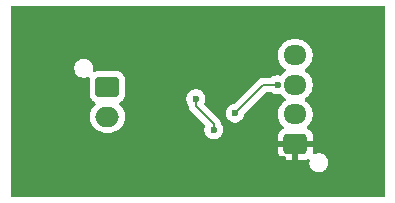
<source format=gbl>
G04 #@! TF.GenerationSoftware,KiCad,Pcbnew,9.0.4*
G04 #@! TF.CreationDate,2025-12-19T23:47:42-05:00*
G04 #@! TF.ProjectId,TC_kent,54435f6b-656e-4742-9e6b-696361645f70,rev?*
G04 #@! TF.SameCoordinates,Original*
G04 #@! TF.FileFunction,Copper,L2,Bot*
G04 #@! TF.FilePolarity,Positive*
%FSLAX46Y46*%
G04 Gerber Fmt 4.6, Leading zero omitted, Abs format (unit mm)*
G04 Created by KiCad (PCBNEW 9.0.4) date 2025-12-19 23:47:42*
%MOMM*%
%LPD*%
G01*
G04 APERTURE LIST*
G04 Aperture macros list*
%AMRoundRect*
0 Rectangle with rounded corners*
0 $1 Rounding radius*
0 $2 $3 $4 $5 $6 $7 $8 $9 X,Y pos of 4 corners*
0 Add a 4 corners polygon primitive as box body*
4,1,4,$2,$3,$4,$5,$6,$7,$8,$9,$2,$3,0*
0 Add four circle primitives for the rounded corners*
1,1,$1+$1,$2,$3*
1,1,$1+$1,$4,$5*
1,1,$1+$1,$6,$7*
1,1,$1+$1,$8,$9*
0 Add four rect primitives between the rounded corners*
20,1,$1+$1,$2,$3,$4,$5,0*
20,1,$1+$1,$4,$5,$6,$7,0*
20,1,$1+$1,$6,$7,$8,$9,0*
20,1,$1+$1,$8,$9,$2,$3,0*%
G04 Aperture macros list end*
G04 #@! TA.AperFunction,ComponentPad*
%ADD10RoundRect,0.250000X0.725000X-0.600000X0.725000X0.600000X-0.725000X0.600000X-0.725000X-0.600000X0*%
G04 #@! TD*
G04 #@! TA.AperFunction,ComponentPad*
%ADD11O,1.950000X1.700000*%
G04 #@! TD*
G04 #@! TA.AperFunction,ComponentPad*
%ADD12RoundRect,0.250000X-0.750000X0.600000X-0.750000X-0.600000X0.750000X-0.600000X0.750000X0.600000X0*%
G04 #@! TD*
G04 #@! TA.AperFunction,ComponentPad*
%ADD13O,2.000000X1.700000*%
G04 #@! TD*
G04 #@! TA.AperFunction,ViaPad*
%ADD14C,0.450000*%
G04 #@! TD*
G04 #@! TA.AperFunction,ViaPad*
%ADD15C,0.600000*%
G04 #@! TD*
G04 #@! TA.AperFunction,Conductor*
%ADD16C,0.200000*%
G04 #@! TD*
G04 APERTURE END LIST*
D10*
X143000000Y-88600000D03*
D11*
X143000000Y-86100000D03*
X143000000Y-83600000D03*
X143000000Y-81100000D03*
D12*
X127100000Y-83800000D03*
D13*
X127100000Y-86300000D03*
D14*
X148500000Y-91000000D03*
X133500000Y-91000000D03*
X139000000Y-91000000D03*
X130000000Y-91000000D03*
X126000000Y-91000000D03*
X148000000Y-80000000D03*
X138500000Y-80000000D03*
X133000000Y-80000000D03*
X129500000Y-80000000D03*
X125500000Y-80000000D03*
D15*
X136100000Y-87400000D03*
X134579607Y-84789009D03*
X138600000Y-89100000D03*
X132200000Y-87900000D03*
X131100000Y-86700000D03*
X142000000Y-89900000D03*
X137900000Y-82500000D03*
X141500000Y-83600000D03*
X137900000Y-86000000D03*
D16*
X134579607Y-85379607D02*
X136100000Y-86900000D01*
X134579607Y-84789009D02*
X134579607Y-85379607D01*
X136100000Y-86900000D02*
X136100000Y-87400000D01*
X140300000Y-83600000D02*
X141500000Y-83600000D01*
X137900000Y-86000000D02*
X140300000Y-83600000D01*
G04 #@! TA.AperFunction,Conductor*
G36*
X150542539Y-76920185D02*
G01*
X150588294Y-76972989D01*
X150599500Y-77024500D01*
X150599500Y-92975500D01*
X150579815Y-93042539D01*
X150527011Y-93088294D01*
X150475500Y-93099500D01*
X119024500Y-93099500D01*
X118957461Y-93079815D01*
X118911706Y-93027011D01*
X118900500Y-92975500D01*
X118900500Y-82121153D01*
X124299500Y-82121153D01*
X124299500Y-82278846D01*
X124330261Y-82433489D01*
X124330264Y-82433501D01*
X124390602Y-82579172D01*
X124390609Y-82579185D01*
X124478210Y-82710288D01*
X124478213Y-82710292D01*
X124589707Y-82821786D01*
X124589711Y-82821789D01*
X124720814Y-82909390D01*
X124720827Y-82909397D01*
X124866498Y-82969735D01*
X124866503Y-82969737D01*
X125016030Y-82999480D01*
X125021153Y-83000499D01*
X125021156Y-83000500D01*
X125021158Y-83000500D01*
X125178844Y-83000500D01*
X125178845Y-83000499D01*
X125333497Y-82969737D01*
X125438560Y-82926218D01*
X125508027Y-82918750D01*
X125570507Y-82950025D01*
X125606159Y-83010114D01*
X125609369Y-83053382D01*
X125599500Y-83149981D01*
X125599500Y-84450001D01*
X125599501Y-84450018D01*
X125610000Y-84552796D01*
X125610001Y-84552799D01*
X125662147Y-84710162D01*
X125665186Y-84719334D01*
X125756791Y-84867851D01*
X125757289Y-84868657D01*
X125881344Y-84992712D01*
X126036120Y-85088178D01*
X126082845Y-85140126D01*
X126094068Y-85209088D01*
X126066224Y-85273171D01*
X126058706Y-85281398D01*
X125919889Y-85420215D01*
X125794951Y-85592179D01*
X125698444Y-85781585D01*
X125632753Y-85983760D01*
X125617694Y-86078842D01*
X125599500Y-86193713D01*
X125599500Y-86406287D01*
X125632754Y-86616243D01*
X125695001Y-86807820D01*
X125698444Y-86818414D01*
X125794951Y-87007820D01*
X125919890Y-87179786D01*
X126070213Y-87330109D01*
X126242179Y-87455048D01*
X126242181Y-87455049D01*
X126242184Y-87455051D01*
X126431588Y-87551557D01*
X126633757Y-87617246D01*
X126843713Y-87650500D01*
X126843714Y-87650500D01*
X127356286Y-87650500D01*
X127356287Y-87650500D01*
X127566243Y-87617246D01*
X127768412Y-87551557D01*
X127957816Y-87455051D01*
X127979789Y-87439086D01*
X128129786Y-87330109D01*
X128129788Y-87330106D01*
X128129792Y-87330104D01*
X128280104Y-87179792D01*
X128280106Y-87179788D01*
X128280109Y-87179786D01*
X128405048Y-87007820D01*
X128405047Y-87007820D01*
X128405051Y-87007816D01*
X128501557Y-86818412D01*
X128567246Y-86616243D01*
X128600500Y-86406287D01*
X128600500Y-86193713D01*
X128567246Y-85983757D01*
X128501557Y-85781588D01*
X128405051Y-85592184D01*
X128405049Y-85592181D01*
X128405048Y-85592179D01*
X128280109Y-85420213D01*
X128141294Y-85281398D01*
X128107809Y-85220075D01*
X128112793Y-85150383D01*
X128154665Y-85094450D01*
X128163879Y-85088178D01*
X128169331Y-85084814D01*
X128169334Y-85084814D01*
X128318656Y-84992712D01*
X128442712Y-84868656D01*
X128534814Y-84719334D01*
X128537853Y-84710162D01*
X133779107Y-84710162D01*
X133779107Y-84867855D01*
X133809868Y-85022498D01*
X133809871Y-85022510D01*
X133870209Y-85168181D01*
X133870216Y-85168194D01*
X133958208Y-85299882D01*
X133979086Y-85366559D01*
X133979106Y-85368773D01*
X133979106Y-85458661D01*
X133979105Y-85458661D01*
X133979106Y-85458664D01*
X134020030Y-85611392D01*
X134025474Y-85620821D01*
X134099084Y-85748319D01*
X134099088Y-85748324D01*
X134217956Y-85867192D01*
X134217962Y-85867197D01*
X135326448Y-86975683D01*
X135359933Y-87037006D01*
X135354949Y-87106698D01*
X135353329Y-87110814D01*
X135330263Y-87166502D01*
X135330260Y-87166511D01*
X135299500Y-87321153D01*
X135299500Y-87478846D01*
X135330261Y-87633489D01*
X135330264Y-87633501D01*
X135390602Y-87779172D01*
X135390609Y-87779185D01*
X135478210Y-87910288D01*
X135478213Y-87910292D01*
X135589707Y-88021786D01*
X135589711Y-88021789D01*
X135720814Y-88109390D01*
X135720827Y-88109397D01*
X135836646Y-88157370D01*
X135866503Y-88169737D01*
X136021153Y-88200499D01*
X136021156Y-88200500D01*
X136021158Y-88200500D01*
X136178844Y-88200500D01*
X136178845Y-88200499D01*
X136333497Y-88169737D01*
X136479179Y-88109394D01*
X136610289Y-88021789D01*
X136721789Y-87910289D01*
X136809394Y-87779179D01*
X136869737Y-87633497D01*
X136900500Y-87478842D01*
X136900500Y-87321158D01*
X136900500Y-87321155D01*
X136900499Y-87321153D01*
X136887350Y-87255051D01*
X136869737Y-87166503D01*
X136850046Y-87118964D01*
X136809397Y-87020827D01*
X136809390Y-87020814D01*
X136721398Y-86889125D01*
X136702532Y-86828875D01*
X136701561Y-86829003D01*
X136700826Y-86823426D01*
X136700520Y-86822447D01*
X136700506Y-86820997D01*
X136700500Y-86820950D01*
X136700500Y-86820943D01*
X136659577Y-86668216D01*
X136629571Y-86616243D01*
X136580524Y-86531290D01*
X136580521Y-86531286D01*
X136580520Y-86531284D01*
X136468716Y-86419480D01*
X136468715Y-86419479D01*
X136464385Y-86415149D01*
X136464374Y-86415139D01*
X135970388Y-85921153D01*
X137099500Y-85921153D01*
X137099500Y-86078846D01*
X137130261Y-86233489D01*
X137130264Y-86233501D01*
X137190602Y-86379172D01*
X137190609Y-86379185D01*
X137278210Y-86510288D01*
X137278213Y-86510292D01*
X137389707Y-86621786D01*
X137389711Y-86621789D01*
X137520814Y-86709390D01*
X137520827Y-86709397D01*
X137666498Y-86769735D01*
X137666503Y-86769737D01*
X137821153Y-86800499D01*
X137821156Y-86800500D01*
X137821158Y-86800500D01*
X137978844Y-86800500D01*
X137978845Y-86800499D01*
X138133497Y-86769737D01*
X138279179Y-86709394D01*
X138410289Y-86621789D01*
X138521789Y-86510289D01*
X138609394Y-86379179D01*
X138669737Y-86233497D01*
X138689113Y-86136085D01*
X138700638Y-86078150D01*
X138733023Y-86016239D01*
X138734517Y-86014717D01*
X140512417Y-84236819D01*
X140573740Y-84203334D01*
X140600098Y-84200500D01*
X140920234Y-84200500D01*
X140987273Y-84220185D01*
X140989125Y-84221398D01*
X141120814Y-84309390D01*
X141120827Y-84309397D01*
X141242334Y-84359726D01*
X141266503Y-84369737D01*
X141421153Y-84400499D01*
X141421156Y-84400500D01*
X141421158Y-84400500D01*
X141578844Y-84400500D01*
X141683113Y-84379759D01*
X141752705Y-84385986D01*
X141807623Y-84428490D01*
X141844897Y-84479793D01*
X141995209Y-84630105D01*
X141995214Y-84630109D01*
X142159793Y-84749682D01*
X142202459Y-84805011D01*
X142208438Y-84874625D01*
X142175833Y-84936420D01*
X142159793Y-84950318D01*
X141995214Y-85069890D01*
X141995209Y-85069894D01*
X141844890Y-85220213D01*
X141719951Y-85392179D01*
X141623444Y-85581585D01*
X141557753Y-85783760D01*
X141524500Y-85993713D01*
X141524500Y-86206286D01*
X141557580Y-86415149D01*
X141557754Y-86416243D01*
X141622738Y-86616243D01*
X141623444Y-86618414D01*
X141719951Y-86807820D01*
X141844890Y-86979786D01*
X141984068Y-87118964D01*
X142017553Y-87180287D01*
X142012569Y-87249979D01*
X141970697Y-87305912D01*
X141961484Y-87312183D01*
X141806659Y-87407680D01*
X141806655Y-87407683D01*
X141682684Y-87531654D01*
X141590643Y-87680875D01*
X141590641Y-87680880D01*
X141535494Y-87847302D01*
X141535493Y-87847309D01*
X141525000Y-87950013D01*
X141525000Y-88350000D01*
X142595854Y-88350000D01*
X142557370Y-88416657D01*
X142525000Y-88537465D01*
X142525000Y-88662535D01*
X142557370Y-88783343D01*
X142595854Y-88850000D01*
X141525001Y-88850000D01*
X141525001Y-89249986D01*
X141535494Y-89352697D01*
X141590641Y-89519119D01*
X141590643Y-89519124D01*
X141682684Y-89668345D01*
X141806654Y-89792315D01*
X141955875Y-89884356D01*
X141955880Y-89884358D01*
X142122302Y-89939505D01*
X142122309Y-89939506D01*
X142225019Y-89949999D01*
X142749999Y-89949999D01*
X142750000Y-89949998D01*
X142750000Y-89004145D01*
X142816657Y-89042630D01*
X142937465Y-89075000D01*
X143062535Y-89075000D01*
X143183343Y-89042630D01*
X143250000Y-89004145D01*
X143250000Y-89949999D01*
X143774972Y-89949999D01*
X143774986Y-89949998D01*
X143877697Y-89939505D01*
X144044120Y-89884358D01*
X144045540Y-89883696D01*
X144046608Y-89883533D01*
X144050977Y-89882086D01*
X144051224Y-89882832D01*
X144114617Y-89873200D01*
X144178403Y-89901716D01*
X144216645Y-89960191D01*
X144219568Y-90020266D01*
X144199500Y-90121153D01*
X144199500Y-90278846D01*
X144230261Y-90433489D01*
X144230264Y-90433501D01*
X144290602Y-90579172D01*
X144290609Y-90579185D01*
X144378210Y-90710288D01*
X144378213Y-90710292D01*
X144489707Y-90821786D01*
X144489711Y-90821789D01*
X144620814Y-90909390D01*
X144620827Y-90909397D01*
X144766498Y-90969735D01*
X144766503Y-90969737D01*
X144921153Y-91000499D01*
X144921156Y-91000500D01*
X144921158Y-91000500D01*
X145078844Y-91000500D01*
X145078845Y-91000499D01*
X145233497Y-90969737D01*
X145379179Y-90909394D01*
X145510289Y-90821789D01*
X145621789Y-90710289D01*
X145709394Y-90579179D01*
X145769737Y-90433497D01*
X145800500Y-90278842D01*
X145800500Y-90121158D01*
X145800500Y-90121155D01*
X145800499Y-90121153D01*
X145769738Y-89966510D01*
X145769737Y-89966503D01*
X145762901Y-89949999D01*
X145709397Y-89820827D01*
X145709390Y-89820814D01*
X145621789Y-89689711D01*
X145621786Y-89689707D01*
X145510292Y-89578213D01*
X145510288Y-89578210D01*
X145379185Y-89490609D01*
X145379172Y-89490602D01*
X145233501Y-89430264D01*
X145233489Y-89430261D01*
X145078845Y-89399500D01*
X145078842Y-89399500D01*
X144921158Y-89399500D01*
X144921155Y-89399500D01*
X144766510Y-89430261D01*
X144766503Y-89430263D01*
X144634809Y-89484811D01*
X144565340Y-89492279D01*
X144502861Y-89461003D01*
X144467209Y-89400914D01*
X144464000Y-89357646D01*
X144474999Y-89249986D01*
X144475000Y-89249973D01*
X144475000Y-88850000D01*
X143404146Y-88850000D01*
X143442630Y-88783343D01*
X143475000Y-88662535D01*
X143475000Y-88537465D01*
X143442630Y-88416657D01*
X143404146Y-88350000D01*
X144474999Y-88350000D01*
X144474999Y-87950028D01*
X144474998Y-87950013D01*
X144464505Y-87847302D01*
X144409358Y-87680880D01*
X144409356Y-87680875D01*
X144317315Y-87531654D01*
X144193345Y-87407684D01*
X144038515Y-87312184D01*
X143991791Y-87260236D01*
X143980568Y-87191273D01*
X144008412Y-87127191D01*
X144015909Y-87118986D01*
X144155104Y-86979792D01*
X144158090Y-86975683D01*
X144269421Y-86822447D01*
X144280051Y-86807816D01*
X144376557Y-86618412D01*
X144442246Y-86416243D01*
X144475500Y-86206287D01*
X144475500Y-85993713D01*
X144442246Y-85783757D01*
X144376557Y-85581588D01*
X144280051Y-85392184D01*
X144280049Y-85392181D01*
X144280048Y-85392179D01*
X144155109Y-85220213D01*
X144004792Y-85069896D01*
X143939570Y-85022510D01*
X143840204Y-84950316D01*
X143797540Y-84894989D01*
X143791561Y-84825376D01*
X143824166Y-84763580D01*
X143840199Y-84749686D01*
X144004792Y-84630104D01*
X144155104Y-84479792D01*
X144155106Y-84479788D01*
X144155109Y-84479786D01*
X144278902Y-84309397D01*
X144280051Y-84307816D01*
X144376557Y-84118412D01*
X144442246Y-83916243D01*
X144475500Y-83706287D01*
X144475500Y-83493713D01*
X144442246Y-83283757D01*
X144376557Y-83081588D01*
X144280051Y-82892184D01*
X144280049Y-82892181D01*
X144280048Y-82892179D01*
X144155109Y-82720213D01*
X144004792Y-82569896D01*
X144004784Y-82569890D01*
X143840204Y-82450316D01*
X143797540Y-82394989D01*
X143791561Y-82325376D01*
X143824166Y-82263580D01*
X143840199Y-82249686D01*
X144004792Y-82130104D01*
X144155104Y-81979792D01*
X144155106Y-81979788D01*
X144155109Y-81979786D01*
X144280048Y-81807820D01*
X144280047Y-81807820D01*
X144280051Y-81807816D01*
X144376557Y-81618412D01*
X144442246Y-81416243D01*
X144475500Y-81206287D01*
X144475500Y-80993713D01*
X144442246Y-80783757D01*
X144376557Y-80581588D01*
X144280051Y-80392184D01*
X144280049Y-80392181D01*
X144280048Y-80392179D01*
X144155109Y-80220213D01*
X144004786Y-80069890D01*
X143832820Y-79944951D01*
X143643414Y-79848444D01*
X143643413Y-79848443D01*
X143643412Y-79848443D01*
X143441243Y-79782754D01*
X143441241Y-79782753D01*
X143441240Y-79782753D01*
X143279957Y-79757208D01*
X143231287Y-79749500D01*
X142768713Y-79749500D01*
X142720042Y-79757208D01*
X142558760Y-79782753D01*
X142356585Y-79848444D01*
X142167179Y-79944951D01*
X141995213Y-80069890D01*
X141844890Y-80220213D01*
X141719951Y-80392179D01*
X141623444Y-80581585D01*
X141557753Y-80783760D01*
X141524500Y-80993713D01*
X141524500Y-81206287D01*
X141557754Y-81416243D01*
X141610381Y-81578213D01*
X141623444Y-81618414D01*
X141719951Y-81807820D01*
X141844890Y-81979786D01*
X141995209Y-82130105D01*
X141995214Y-82130109D01*
X142159793Y-82249682D01*
X142202459Y-82305011D01*
X142208438Y-82374625D01*
X142175833Y-82436420D01*
X142159793Y-82450318D01*
X141995214Y-82569890D01*
X141995209Y-82569894D01*
X141844894Y-82720209D01*
X141807623Y-82771509D01*
X141752293Y-82814174D01*
X141683114Y-82820240D01*
X141578846Y-82799500D01*
X141578842Y-82799500D01*
X141421158Y-82799500D01*
X141421155Y-82799500D01*
X141266510Y-82830261D01*
X141266498Y-82830264D01*
X141120827Y-82890602D01*
X141120814Y-82890609D01*
X140989125Y-82978602D01*
X140922447Y-82999480D01*
X140920234Y-82999500D01*
X140386670Y-82999500D01*
X140386654Y-82999499D01*
X140379058Y-82999499D01*
X140220943Y-82999499D01*
X140144579Y-83019961D01*
X140068214Y-83040423D01*
X140068209Y-83040426D01*
X139931290Y-83119475D01*
X139931282Y-83119481D01*
X137885339Y-85165425D01*
X137824016Y-85198910D01*
X137821850Y-85199361D01*
X137666508Y-85230261D01*
X137666498Y-85230264D01*
X137520827Y-85290602D01*
X137520814Y-85290609D01*
X137389711Y-85378210D01*
X137389707Y-85378213D01*
X137278213Y-85489707D01*
X137278210Y-85489711D01*
X137190609Y-85620814D01*
X137190602Y-85620827D01*
X137130264Y-85766498D01*
X137130261Y-85766510D01*
X137099500Y-85921153D01*
X135970388Y-85921153D01*
X135326623Y-85277388D01*
X135293138Y-85216065D01*
X135298122Y-85146373D01*
X135299743Y-85142255D01*
X135323535Y-85084814D01*
X135349344Y-85022506D01*
X135380107Y-84867851D01*
X135380107Y-84710167D01*
X135380107Y-84710164D01*
X135380106Y-84710162D01*
X135349344Y-84555512D01*
X135348219Y-84552795D01*
X135289004Y-84409836D01*
X135288997Y-84409823D01*
X135201396Y-84278720D01*
X135201393Y-84278716D01*
X135089899Y-84167222D01*
X135089895Y-84167219D01*
X134958792Y-84079618D01*
X134958779Y-84079611D01*
X134813108Y-84019273D01*
X134813096Y-84019270D01*
X134658452Y-83988509D01*
X134658449Y-83988509D01*
X134500765Y-83988509D01*
X134500762Y-83988509D01*
X134346117Y-84019270D01*
X134346105Y-84019273D01*
X134200434Y-84079611D01*
X134200421Y-84079618D01*
X134069318Y-84167219D01*
X134069314Y-84167222D01*
X133957820Y-84278716D01*
X133957817Y-84278720D01*
X133870216Y-84409823D01*
X133870209Y-84409836D01*
X133809871Y-84555507D01*
X133809868Y-84555519D01*
X133779107Y-84710162D01*
X128537853Y-84710162D01*
X128589999Y-84552797D01*
X128600500Y-84450009D01*
X128600499Y-83149992D01*
X128593511Y-83081588D01*
X128589999Y-83047203D01*
X128589998Y-83047200D01*
X128567137Y-82978211D01*
X128534814Y-82880666D01*
X128442712Y-82731344D01*
X128318656Y-82607288D01*
X128169334Y-82515186D01*
X128002797Y-82460001D01*
X128002795Y-82460000D01*
X127900010Y-82449500D01*
X126299998Y-82449500D01*
X126299981Y-82449501D01*
X126197203Y-82460000D01*
X126197200Y-82460001D01*
X126043158Y-82511046D01*
X125973329Y-82513448D01*
X125913288Y-82477716D01*
X125882095Y-82415195D01*
X125882537Y-82369148D01*
X125900500Y-82278844D01*
X125900500Y-82121155D01*
X125900499Y-82121153D01*
X125869738Y-81966510D01*
X125869737Y-81966503D01*
X125869735Y-81966498D01*
X125809397Y-81820827D01*
X125809390Y-81820814D01*
X125721789Y-81689711D01*
X125721786Y-81689707D01*
X125610292Y-81578213D01*
X125610288Y-81578210D01*
X125479185Y-81490609D01*
X125479172Y-81490602D01*
X125333501Y-81430264D01*
X125333489Y-81430261D01*
X125178845Y-81399500D01*
X125178842Y-81399500D01*
X125021158Y-81399500D01*
X125021155Y-81399500D01*
X124866510Y-81430261D01*
X124866498Y-81430264D01*
X124720827Y-81490602D01*
X124720814Y-81490609D01*
X124589711Y-81578210D01*
X124589707Y-81578213D01*
X124478213Y-81689707D01*
X124478210Y-81689711D01*
X124390609Y-81820814D01*
X124390602Y-81820827D01*
X124330264Y-81966498D01*
X124330261Y-81966510D01*
X124299500Y-82121153D01*
X118900500Y-82121153D01*
X118900500Y-77024500D01*
X118920185Y-76957461D01*
X118972989Y-76911706D01*
X119024500Y-76900500D01*
X150475500Y-76900500D01*
X150542539Y-76920185D01*
G37*
G04 #@! TD.AperFunction*
M02*

</source>
